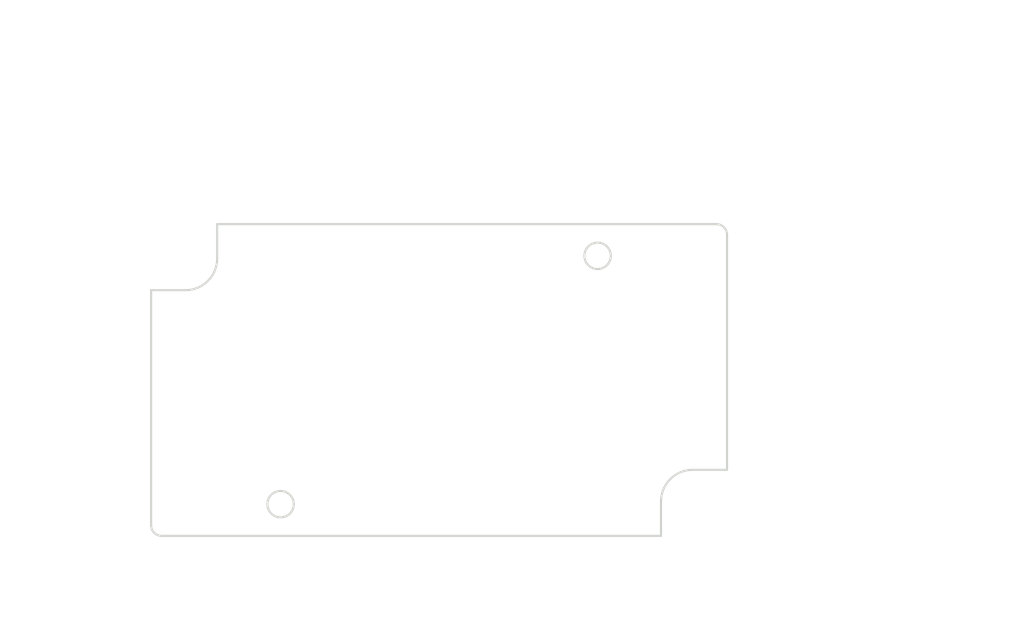
<source format=kicad_pcb>
(kicad_pcb (version 20221018) (generator pcbnew)

  (general
    (thickness 1.6)
  )

  (paper "A4")
  (layers
    (0 "F.Cu" signal)
    (31 "B.Cu" signal)
    (32 "B.Adhes" user "B.Adhesive")
    (33 "F.Adhes" user "F.Adhesive")
    (34 "B.Paste" user)
    (35 "F.Paste" user)
    (36 "B.SilkS" user "B.Silkscreen")
    (37 "F.SilkS" user "F.Silkscreen")
    (38 "B.Mask" user)
    (39 "F.Mask" user)
    (40 "Dwgs.User" user "User.Drawings")
    (41 "Cmts.User" user "User.Comments")
    (42 "Eco1.User" user "User.Eco1")
    (43 "Eco2.User" user "User.Eco2")
    (44 "Edge.Cuts" user)
    (45 "Margin" user)
    (46 "B.CrtYd" user "B.Courtyard")
    (47 "F.CrtYd" user "F.Courtyard")
    (48 "B.Fab" user)
    (49 "F.Fab" user)
  )

  (setup
    (pad_to_mask_clearance 0.051)
    (solder_mask_min_width 0.25)
    (pcbplotparams
      (layerselection 0x00010fc_ffffffff)
      (plot_on_all_layers_selection 0x0000000_00000000)
      (disableapertmacros false)
      (usegerberextensions false)
      (usegerberattributes false)
      (usegerberadvancedattributes false)
      (creategerberjobfile false)
      (dashed_line_dash_ratio 12.000000)
      (dashed_line_gap_ratio 3.000000)
      (svgprecision 4)
      (plotframeref false)
      (viasonmask false)
      (mode 1)
      (useauxorigin false)
      (hpglpennumber 1)
      (hpglpenspeed 20)
      (hpglpendiameter 15.000000)
      (dxfpolygonmode true)
      (dxfimperialunits true)
      (dxfusepcbnewfont true)
      (psnegative false)
      (psa4output false)
      (plotreference true)
      (plotvalue true)
      (plotinvisibletext false)
      (sketchpadsonfab false)
      (subtractmaskfromsilk false)
      (outputformat 1)
      (mirror false)
      (drillshape 1)
      (scaleselection 1)
      (outputdirectory "")
    )
  )

  (net 0 "")

  (gr_line (start 169.596012 81.046606) (end 169.596012 73.259986)
    (stroke (width 0.2) (type solid)) (layer "Dwgs.User") (tstamp 109a7b1f-ea8b-438f-a334-d7bfdf497415))
  (gr_line (start 169.596012 81.046606) (end 169.596012 59.937104)
    (stroke (width 0.2) (type solid)) (layer "Dwgs.User") (tstamp 137e05c5-b0a7-4536-a5ef-b64dd390e479))
  (gr_line (start 158.346012 84.046606) (end 172.693935 84.046606)
    (stroke (width 0.2) (type solid)) (layer "Dwgs.User") (tstamp 1cc9cbd0-2bbd-4f02-86c7-4f4b16c03038))
  (gr_line (start 169.596012 81.046606) (end 188.273546 81.046606)
    (stroke (width 0.2) (type solid)) (layer "Dwgs.User") (tstamp 1cf9fd49-3992-4a77-a466-cda767225645))
  (gr_line (start 123.346012 69.316251) (end 136.417124 69.316251)
    (stroke (width 0.2) (type solid)) (layer "Dwgs.User") (tstamp 20eaf38b-f754-4580-b21c-aba417c787c9))
  (gr_line (start 169.596012 81.046606) (end 196.867876 81.046606)
    (stroke (width 0.2) (type solid)) (layer "Dwgs.User") (tstamp 2aa5c25d-5743-41eb-a707-41bd3c57ba66))
  (gr_line (start 156.346012 84.046606) (end 104.012392 84.046606)
    (stroke (width 0.2) (type solid)) (layer "Dwgs.User") (tstamp 30e18d9c-0f28-43de-8feb-d0e9477caa9c))
  (gr_line (start 164.346012 110.546606) (end 196.867876 110.546606)
    (stroke (width 0.2) (type solid)) (layer "Dwgs.User") (tstamp 458b4149-fb01-44a7-a260-cc4ab2a4980f))
  (gr_line (start 169.518935 73.074274) (end 171.518935 73.074274)
    (stroke (width 0.2) (type solid)) (layer "Dwgs.User") (tstamp 46ea29da-4633-4c86-a858-17230510e87a))
  (gr_line (start 167.596012 63.112104) (end 151.390623 63.112104)
    (stroke (width 0.2) (type solid)) (layer "Dwgs.User") (tstamp 49322e53-af99-4d74-a469-943adc32f045))
  (gr_line (start 169.596012 81.046606) (end 169.596012 66.141251)
    (stroke (width 0.2) (type solid)) (layer "Dwgs.User") (tstamp 4b392369-a4f6-4ec0-9acb-506885086b8c))
  (gr_line (start 193.692876 83.046606) (end 193.692876 95.356231)
    (stroke (width 0.2) (type solid)) (layer "Dwgs.User") (tstamp 82b37e37-dca1-4bea-9190-73497b711809))
  (gr_line (start 127.346012 108.546606) (end 127.346012 118.396605)
    (stroke (width 0.2) (type solid)) (layer "Dwgs.User") (tstamp 84ac8040-b740-4cfc-95a7-4e812a20487a))
  (gr_line (start 155.346012 115.221605) (end 148.890623 115.221605)
    (stroke (width 0.2) (type solid)) (layer "Dwgs.User") (tstamp 8676e095-f031-4ca6-b18d-d20add115a01))
  (gr_line (start 107.187392 86.046606) (end 107.187392 92.238591)
    (stroke (width 0.2) (type solid)) (layer "Dwgs.User") (tstamp 8a83dfda-22d5-41a6-ac6a-cbfe15ba350d))
  (gr_line (start 125.994396 88.431308) (end 123.994396 88.431308)
    (stroke (width 0.2) (type solid)) (layer "Dwgs.User") (tstamp 8bcc39fd-207e-4783-969f-3965043f926d))
  (gr_line (start 170.596012 104.296606) (end 188.273546 104.296606)
    (stroke (width 0.2) (type solid)) (layer "Dwgs.User") (tstamp 8eb8d29a-8d71-4694-88a2-6ecbddacb7d5))
  (gr_line (start 169.518935 79.046606) (end 169.518935 73.074274)
    (stroke (width 0.2) (type solid)) (layer "Dwgs.User") (tstamp 94f0b9a3-7a66-47ab-a49c-1842bb4ce368))
  (gr_line (start 123.994396 88.431308) (end 122.380572 87.249964)
    (stroke (width 0.2) (type solid)) (layer "Dwgs.User") (tstamp 9579adb8-dfbb-43f0-b9d7-88b69a777ed6))
  (gr_line (start 126.346012 107.546606) (end 104.012392 107.546606)
    (stroke (width 0.2) (type solid)) (layer "Dwgs.User") (tstamp 98d9746d-288d-4074-8a28-be019e78c297))
  (gr_line (start 157.346012 83.046606) (end 157.346012 73.259986)
    (stroke (width 0.2) (type solid)) (layer "Dwgs.User") (tstamp 9f2bcf67-592e-459d-9902-5d54f8c4f35d))
  (gr_line (start 193.692876 108.546606) (end 193.692876 102.471102)
    (stroke (width 0.2) (type solid)) (layer "Dwgs.User") (tstamp a12dc273-9e40-4e46-a44f-9dd4cf24202e))
  (gr_line (start 109.766943 112.048438) (end 111.766943 112.048438)
    (stroke (width 0.2) (type solid)) (layer "Dwgs.User") (tstamp a22288b4-5ac9-41a6-823c-59c66da91d4c))
  (gr_line (start 185.098546 83.046606) (end 185.098546 88.863591)
    (stroke (width 0.2) (type solid)) (layer "Dwgs.User") (tstamp ad05e89e-cd58-42a3-9700-3f3528d68118))
  (gr_line (start 129.346012 115.221605) (end 140.801401 115.221605)
    (stroke (width 0.2) (type solid)) (layer "Dwgs.User") (tstamp af8b99da-f1ef-42bf-9a26-67ac59c167d2))
  (gr_line (start 169.596012 81.046606) (end 172.693935 81.046606)
    (stroke (width 0.2) (type solid)) (layer "Dwgs.User") (tstamp baa89abb-50aa-44e7-a31e-e3d4e2212e19))
  (gr_line (start 117.096012 63.112104) (end 143.301401 63.112104)
    (stroke (width 0.2) (type solid)) (layer "Dwgs.User") (tstamp bb12a714-d59e-4f54-90f4-abcb79467544))
  (gr_line (start 157.346012 76.434986) (end 155.346012 76.434986)
    (stroke (width 0.2) (type solid)) (layer "Dwgs.User") (tstamp bb4245c9-0937-47a4-80bd-7f854782d392))
  (gr_line (start 107.187392 105.546606) (end 107.187392 99.354621)
    (stroke (width 0.2) (type solid)) (layer "Dwgs.User") (tstamp bfd1f64d-297c-43fa-96f4-52ccd6b668a7))
  (gr_line (start 167.596012 69.316251) (end 144.5249 69.316251)
    (stroke (width 0.2) (type solid)) (layer "Dwgs.User") (tstamp c13e8afb-24b1-4831-b288-ca8b4b71eecc))
  (gr_line (start 185.098546 102.296606) (end 185.098546 95.979621)
    (stroke (width 0.2) (type solid)) (layer "Dwgs.User") (tstamp d744dd15-2705-422a-b030-ebec37c8da60))
  (gr_line (start 111.766943 112.048438) (end 113.498571 111.047705)
    (stroke (width 0.2) (type solid)) (layer "Dwgs.User") (tstamp e2699b2b-35d2-41d8-9bf2-c2c6b15d1c09))
  (gr_line (start 121.346012 80.046606) (end 121.346012 66.141251)
    (stroke (width 0.2) (type solid)) (layer "Dwgs.User") (tstamp e72f651e-0072-4f01-9425-1a2234868317))
  (gr_line (start 115.096012 86.296606) (end 115.096012 59.937104)
    (stroke (width 0.2) (type solid)) (layer "Dwgs.User") (tstamp ec7d6f4e-cb05-44fa-89a9-440f832e6d28))
  (gr_line (start 167.596012 76.434986) (end 159.346012 76.434986)
    (stroke (width 0.2) (type solid)) (layer "Dwgs.User") (tstamp eea9e618-946a-4bdd-b633-9a65e53015a5))
  (gr_line (start 157.346012 85.046606) (end 157.346012 118.396605)
    (stroke (width 0.2) (type solid)) (layer "Dwgs.User") (tstamp fbe6af57-d376-430f-9e18-b87269e52a21))
  (gr_arc (start 121.346012 84.296606) (mid 120.467332 86.417926) (end 118.346012 87.296606)
    (stroke (width 0.2) (type solid)) (layer "Edge.Cuts") (tstamp 469c1a74-b5f9-493d-aafd-d6974aee47cb))
  (gr_line (start 121.346012 81.046606) (end 168.596012 81.046606)
    (stroke (width 0.2) (type solid)) (layer "Edge.Cuts") (tstamp 4e98df73-089c-441f-9450-14a0bfed448c))
  (gr_circle (center 127.346012 107.546606) (end 128.596012 107.546606)
    (stroke (width 0.2) (type solid)) (fill none) (layer "Edge.Cuts") (tstamp 6ca0c4ca-3166-4008-a089-d3c2d8f49cc4))
  (gr_line (start 169.596012 104.296606) (end 166.346012 104.296606)
    (stroke (width 0.2) (type solid)) (layer "Edge.Cuts") (tstamp 7bd8a282-b27d-488e-80df-07ec0e72ee0e))
  (gr_line (start 115.096012 109.546606) (end 115.096012 87.296606)
    (stroke (width 0.2) (type solid)) (layer "Edge.Cuts") (tstamp a105cacd-ddd0-40ac-a5ef-078aec031118))
  (gr_arc (start 168.596012 81.046606) (mid 169.303119 81.339499) (end 169.596012 82.046606)
    (stroke (width 0.2) (type solid)) (layer "Edge.Cuts") (tstamp a155e51d-9247-4db3-8aee-ba584145a7b0))
  (gr_line (start 121.346012 84.296606) (end 121.346012 81.046606)
    (stroke (width 0.2) (type solid)) (layer "Edge.Cuts") (tstamp a748b9ab-bad4-4405-afa8-e5bbdf2df7c8))
  (gr_arc (start 163.346012 107.296606) (mid 164.224692 105.175286) (end 166.346012 104.296606)
    (stroke (width 0.2) (type solid)) (layer "Edge.Cuts") (tstamp a8a80411-4775-4b49-af3d-c05fa800ce38))
  (gr_line (start 115.096012 87.296606) (end 118.346012 87.296606)
    (stroke (width 0.2) (type solid)) (layer "Edge.Cuts") (tstamp aa17271c-2c5b-4d4f-8e06-f850f2d657fe))
  (gr_circle (center 157.346012 84.046606) (end 158.596012 84.046606)
    (stroke (width 0.2) (type solid)) (fill none) (layer "Edge.Cuts") (tstamp b187ecb4-2ead-4125-972f-90a02176525a))
  (gr_line (start 169.596012 82.046606) (end 169.596012 104.296606)
    (stroke (width 0.2) (type solid)) (layer "Edge.Cuts") (tstamp b38e8b90-f5d5-46fd-b4f5-2cd6694608c6))
  (gr_line (start 163.346012 107.296606) (end 163.346012 110.546606)
    (stroke (width 0.2) (type solid)) (layer "Edge.Cuts") (tstamp dd1fe029-ca7e-4bee-8e08-15c4ee9fd129))
  (gr_line (start 163.346012 110.546606) (end 116.096012 110.546606)
    (stroke (width 0.2) (type solid)) (layer "Edge.Cuts") (tstamp e66fcbbb-649b-4eac-9f75-c0c48c9902b9))
  (gr_arc (start 116.096012 110.546606) (mid 115.388905 110.253713) (end 115.096012 109.546606)
    (stroke (width 0.2) (type solid)) (layer "Edge.Cuts") (tstamp ecfeca0d-fd6a-4f9a-aedd-b0124029c19b))
  (gr_text " 30.00" (at 144.846012 113.553051) (layer "Dwgs.User") (tstamp 0f0d8f04-f84b-4c00-867f-c2ef66c6e513)
    (effects (font (size 1.7 1.53) (thickness 0.2125)))
  )
  (gr_text "[1.90]" (at 140.471012 71.205712) (layer "Dwgs.User") (tstamp 0f450f10-b6d5-47ec-8e05-187765462479)
    (effects (font (size 1.7 1.53) (thickness 0.2125)))
  )
  (gr_text "[.48]" (at 151.292124 78.324448) (layer "Dwgs.User") (tstamp 2e320b93-dcae-453f-8ee0-bbcfc0e90d87)
    (effects (font (size 1.7 1.53) (thickness 0.2125)))
  )
  (gr_text "[.12]" (at 174.903144 74.963735) (layer "Dwgs.User") (tstamp 41491694-6fd7-498d-b7da-46a46534c48a)
    (effects (font (size 1.7 1.53) (thickness 0.2125)))
  )
  (gr_text "[1.16]" (at 193.692876 100.803128) (layer "Dwgs.User") (tstamp 478ac558-f4b2-40ba-b287-59b85fc365a0)
    (effects (font (size 1.7 1.53) (thickness 0.2125)))
  )
  (gr_text "[R0.12]" (at 130.465167 90.320769) (layer "Dwgs.User") (tstamp 50d3ace4-9f39-4725-a2f9-aa862888198b)
    (effects (font (size 1.7 1.53) (thickness 0.2125)))
  )
  (gr_text "[1.18]" (at 144.846012 117.111066) (layer "Dwgs.User") (tstamp 6744e613-a1d0-4ce6-832e-954f38dc8d7c)
    (effects (font (size 1.7 1.53) (thickness 0.2125)))
  )
  (gr_text " 48.25" (at 140.471012 67.648277) (layer "Dwgs.User") (tstamp 6abf411c-fd46-4c63-a16f-6de9fa25e1be)
    (effects (font (size 1.7 1.53) (thickness 0.2125)))
  )
  (gr_text " R1.00" (at 105.296172 110.380464) (layer "Dwgs.User") (tstamp 7de92357-5a11-4590-80da-867445940fc4)
    (effects (font (size 1.7 1.53) (thickness 0.2125)))
  )
  (gr_text " 3.00" (at 174.903144 71.40572) (layer "Dwgs.User") (tstamp 7fd3b252-2fc1-423c-8809-925b3df52348)
    (effects (font (size 1.7 1.53) (thickness 0.2125)))
  )
  (gr_text " 12.25" (at 151.292124 74.767012) (layer "Dwgs.User") (tstamp 82a4c3d6-197b-4484-a309-aeb41c6170c6)
    (effects (font (size 1.7 1.53) (thickness 0.2125)))
  )
  (gr_text "[2.15]" (at 147.346012 65.001566) (layer "Dwgs.User") (tstamp 82b55347-8787-44d1-8cd3-9f56c25c2a94)
    (effects (font (size 1.7 1.53) (thickness 0.2125)))
  )
  (gr_text "[.92]" (at 185.098546 94.311067) (layer "Dwgs.User") (tstamp 83745e52-17a8-487b-9cf3-bb42894304da)
    (effects (font (size 1.7 1.53) (thickness 0.2125)))
  )
  (gr_text "[R0.04]" (at 105.296172 113.937899) (layer "Dwgs.User") (tstamp 895e809d-fb2c-412f-890b-523b803ce4c3)
    (effects (font (size 1.7 1.53) (thickness 0.2125)))
  )
  (gr_text " 23.25" (at 185.098546 90.753052) (layer "Dwgs.User") (tstamp 92a57885-d76f-4e66-a086-f07fb19dab25)
    (effects (font (size 1.7 1.53) (thickness 0.2125)))
  )
  (gr_text " R3.00" (at 130.465167 86.762754) (layer "Dwgs.User") (tstamp 983fd146-fb2e-44e5-a537-690985750baa)
    (effects (font (size 1.7 1.53) (thickness 0.2125)))
  )
  (gr_text " 23.50" (at 107.187392 94.128052) (layer "Dwgs.User") (tstamp a1976ff3-8a3e-469b-8c02-5c87769e1a62)
    (effects (font (size 1.7 1.53) (thickness 0.2125)))
  )
  (gr_text " 29.50" (at 193.692876 97.245692) (layer "Dwgs.User") (tstamp d1b0b038-564e-4397-b93b-8d0fe46f9f9c)
    (effects (font (size 1.7 1.53) (thickness 0.2125)))
  )
  (gr_text "[.93]" (at 107.187392 97.686067) (layer "Dwgs.User") (tstamp dabc698c-219a-4b26-9b7a-5ed1182fb147)
    (effects (font (size 1.7 1.53) (thickness 0.2125)))
  )
  (gr_text " 54.50" (at 147.346012 61.44413) (layer "Dwgs.User") (tstamp e9ebcd73-5eb3-4c30-9f2a-77141024eaab)
    (effects (font (size 1.7 1.53) (thickness 0.2125)))
  )

)

</source>
